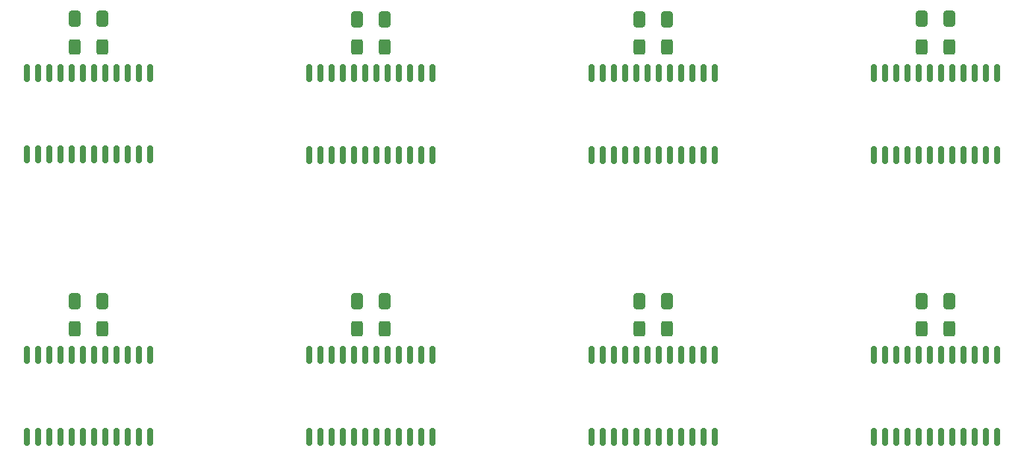
<source format=gbr>
%TF.GenerationSoftware,KiCad,Pcbnew,8.0.6*%
%TF.CreationDate,2024-11-17T13:24:28+02:00*%
%TF.ProjectId,1088as,31303838-6173-42e6-9b69-6361645f7063,rev?*%
%TF.SameCoordinates,PX4b9ebbdPY7add530*%
%TF.FileFunction,Paste,Top*%
%TF.FilePolarity,Positive*%
%FSLAX46Y46*%
G04 Gerber Fmt 4.6, Leading zero omitted, Abs format (unit mm)*
G04 Created by KiCad (PCBNEW 8.0.6) date 2024-11-17 13:24:28*
%MOMM*%
%LPD*%
G01*
G04 APERTURE LIST*
G04 Aperture macros list*
%AMRoundRect*
0 Rectangle with rounded corners*
0 $1 Rounding radius*
0 $2 $3 $4 $5 $6 $7 $8 $9 X,Y pos of 4 corners*
0 Add a 4 corners polygon primitive as box body*
4,1,4,$2,$3,$4,$5,$6,$7,$8,$9,$2,$3,0*
0 Add four circle primitives for the rounded corners*
1,1,$1+$1,$2,$3*
1,1,$1+$1,$4,$5*
1,1,$1+$1,$6,$7*
1,1,$1+$1,$8,$9*
0 Add four rect primitives between the rounded corners*
20,1,$1+$1,$2,$3,$4,$5,0*
20,1,$1+$1,$4,$5,$6,$7,0*
20,1,$1+$1,$6,$7,$8,$9,0*
20,1,$1+$1,$8,$9,$2,$3,0*%
G04 Aperture macros list end*
%ADD10RoundRect,0.250000X-0.400000X-0.625000X0.400000X-0.625000X0.400000X0.625000X-0.400000X0.625000X0*%
%ADD11RoundRect,0.250000X-0.412500X-0.650000X0.412500X-0.650000X0.412500X0.650000X-0.412500X0.650000X0*%
%ADD12RoundRect,0.150000X0.150000X-0.875000X0.150000X0.875000X-0.150000X0.875000X-0.150000X-0.875000X0*%
G04 APERTURE END LIST*
D10*
%TO.C,R3*%
X46368639Y21423894D03*
X49468639Y21423894D03*
%TD*%
%TO.C,R5*%
X110381639Y53440094D03*
X113481639Y53440094D03*
%TD*%
D11*
%TO.C,C3*%
X46335373Y24583284D03*
X49460373Y24583284D03*
%TD*%
D12*
%TO.C,U2*%
X104948166Y9113319D03*
X106218166Y9113319D03*
X107488166Y9113319D03*
X108758166Y9113319D03*
X110028166Y9113319D03*
X111298166Y9113319D03*
X112568166Y9113319D03*
X113838166Y9113319D03*
X115108166Y9113319D03*
X116378166Y9113319D03*
X117648166Y9113319D03*
X118918166Y9113319D03*
X118918166Y18413319D03*
X117648166Y18413319D03*
X116378166Y18413319D03*
X115108166Y18413319D03*
X113838166Y18413319D03*
X112568166Y18413319D03*
X111298166Y18413319D03*
X110028166Y18413319D03*
X108758166Y18413319D03*
X107488166Y18413319D03*
X106218166Y18413319D03*
X104948166Y18413319D03*
%TD*%
D10*
%TO.C,R1*%
X110383166Y21377010D03*
X113483166Y21377010D03*
%TD*%
D12*
%TO.C,U14*%
X40954939Y41166078D03*
X42224939Y41166078D03*
X43494939Y41166078D03*
X44764939Y41166078D03*
X46034939Y41166078D03*
X47304939Y41166078D03*
X48574939Y41166078D03*
X49844939Y41166078D03*
X51114939Y41166078D03*
X52384939Y41166078D03*
X53654939Y41166078D03*
X54924939Y41166078D03*
X54924939Y50466078D03*
X53654939Y50466078D03*
X52384939Y50466078D03*
X51114939Y50466078D03*
X49844939Y50466078D03*
X48574939Y50466078D03*
X47304939Y50466078D03*
X46034939Y50466078D03*
X44764939Y50466078D03*
X43494939Y50466078D03*
X42224939Y50466078D03*
X40954939Y50466078D03*
%TD*%
%TO.C,U10*%
X104946639Y41176403D03*
X106216639Y41176403D03*
X107486639Y41176403D03*
X108756639Y41176403D03*
X110026639Y41176403D03*
X111296639Y41176403D03*
X112566639Y41176403D03*
X113836639Y41176403D03*
X115106639Y41176403D03*
X116376639Y41176403D03*
X117646639Y41176403D03*
X118916639Y41176403D03*
X118916639Y50476403D03*
X117646639Y50476403D03*
X116376639Y50476403D03*
X115106639Y50476403D03*
X113836639Y50476403D03*
X112566639Y50476403D03*
X111296639Y50476403D03*
X110026639Y50476403D03*
X108756639Y50476403D03*
X107486639Y50476403D03*
X106216639Y50476403D03*
X104946639Y50476403D03*
%TD*%
%TO.C,U12*%
X72958939Y41156750D03*
X74228939Y41156750D03*
X75498939Y41156750D03*
X76768939Y41156750D03*
X78038939Y41156750D03*
X79308939Y41156750D03*
X80578939Y41156750D03*
X81848939Y41156750D03*
X83118939Y41156750D03*
X84388939Y41156750D03*
X85658939Y41156750D03*
X86928939Y41156750D03*
X86928939Y50456750D03*
X85658939Y50456750D03*
X84388939Y50456750D03*
X83118939Y50456750D03*
X81848939Y50456750D03*
X80578939Y50456750D03*
X79308939Y50456750D03*
X78038939Y50456750D03*
X76768939Y50456750D03*
X75498939Y50456750D03*
X74228939Y50456750D03*
X72958939Y50456750D03*
%TD*%
D11*
%TO.C,C6*%
X78360673Y56579831D03*
X81485673Y56579831D03*
%TD*%
%TO.C,C5*%
X110348373Y56599484D03*
X113473373Y56599484D03*
%TD*%
D12*
%TO.C,U16*%
X8950939Y41185503D03*
X10220939Y41185503D03*
X11490939Y41185503D03*
X12760939Y41185503D03*
X14030939Y41185503D03*
X15300939Y41185503D03*
X16570939Y41185503D03*
X17840939Y41185503D03*
X19110939Y41185503D03*
X20380939Y41185503D03*
X21650939Y41185503D03*
X22920939Y41185503D03*
X22920939Y50485503D03*
X21650939Y50485503D03*
X20380939Y50485503D03*
X19110939Y50485503D03*
X17840939Y50485503D03*
X16570939Y50485503D03*
X15300939Y50485503D03*
X14030939Y50485503D03*
X12760939Y50485503D03*
X11490939Y50485503D03*
X10220939Y50485503D03*
X8950939Y50485503D03*
%TD*%
D10*
%TO.C,R6*%
X78393939Y53420441D03*
X81493939Y53420441D03*
%TD*%
%TO.C,R2*%
X78375353Y21386831D03*
X81475353Y21386831D03*
%TD*%
%TO.C,R8*%
X14385939Y53449194D03*
X17485939Y53449194D03*
%TD*%
D11*
%TO.C,C8*%
X14352673Y56608584D03*
X17477673Y56608584D03*
%TD*%
D10*
%TO.C,R7*%
X46389939Y53429769D03*
X49489939Y53429769D03*
%TD*%
D12*
%TO.C,U6*%
X40933639Y9160203D03*
X42203639Y9160203D03*
X43473639Y9160203D03*
X44743639Y9160203D03*
X46013639Y9160203D03*
X47283639Y9160203D03*
X48553639Y9160203D03*
X49823639Y9160203D03*
X51093639Y9160203D03*
X52363639Y9160203D03*
X53633639Y9160203D03*
X54903639Y9160203D03*
X54903639Y18460203D03*
X53633639Y18460203D03*
X52363639Y18460203D03*
X51093639Y18460203D03*
X49823639Y18460203D03*
X48553639Y18460203D03*
X47283639Y18460203D03*
X46013639Y18460203D03*
X44743639Y18460203D03*
X43473639Y18460203D03*
X42203639Y18460203D03*
X40933639Y18460203D03*
%TD*%
D11*
%TO.C,C1*%
X110349900Y24536400D03*
X113474900Y24536400D03*
%TD*%
D12*
%TO.C,U4*%
X72940353Y9123140D03*
X74210353Y9123140D03*
X75480353Y9123140D03*
X76750353Y9123140D03*
X78020353Y9123140D03*
X79290353Y9123140D03*
X80560353Y9123140D03*
X81830353Y9123140D03*
X83100353Y9123140D03*
X84370353Y9123140D03*
X85640353Y9123140D03*
X86910353Y9123140D03*
X86910353Y18423140D03*
X85640353Y18423140D03*
X84370353Y18423140D03*
X83100353Y18423140D03*
X81830353Y18423140D03*
X80560353Y18423140D03*
X79290353Y18423140D03*
X78020353Y18423140D03*
X76750353Y18423140D03*
X75480353Y18423140D03*
X74210353Y18423140D03*
X72940353Y18423140D03*
%TD*%
D11*
%TO.C,C7*%
X46356673Y56589159D03*
X49481673Y56589159D03*
%TD*%
D12*
%TO.C,U8*%
X8943989Y9156103D03*
X10213989Y9156103D03*
X11483989Y9156103D03*
X12753989Y9156103D03*
X14023989Y9156103D03*
X15293989Y9156103D03*
X16563989Y9156103D03*
X17833989Y9156103D03*
X19103989Y9156103D03*
X20373989Y9156103D03*
X21643989Y9156103D03*
X22913989Y9156103D03*
X22913989Y18456103D03*
X21643989Y18456103D03*
X20373989Y18456103D03*
X19103989Y18456103D03*
X17833989Y18456103D03*
X16563989Y18456103D03*
X15293989Y18456103D03*
X14023989Y18456103D03*
X12753989Y18456103D03*
X11483989Y18456103D03*
X10213989Y18456103D03*
X8943989Y18456103D03*
%TD*%
D11*
%TO.C,C2*%
X78342087Y24546221D03*
X81467087Y24546221D03*
%TD*%
%TO.C,C4*%
X14345723Y24579184D03*
X17470723Y24579184D03*
%TD*%
D10*
%TO.C,R4*%
X14378989Y21419794D03*
X17478989Y21419794D03*
%TD*%
M02*

</source>
